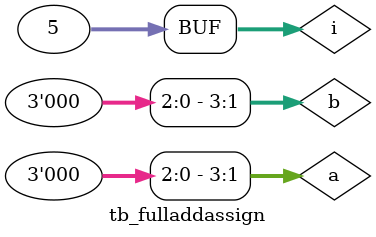
<source format=v>

module fulladdalways (  input [3:0] a,
                  input [3:0] b,
                  input c_in,
                  output reg c_out,
                  output reg [3:0] sum);

	always @ (a or b or c_in) 
    begin
  	{c_out, sum} = a + b + c_in; 	
    end
endmodule


//tb - always
module tb_fulladdalways;
	// 1. Declare testbench variables
   reg [3:0] a;
   reg [3:0] b;
   reg c_in;
   wire [3:0] sum;
   integer i;

	// 2. Instantiate the design and connect to testbench variables
   fulladdalways  fa0 ( .a (a),
                  .b (b),
                  .c_in (c_in),
                  .c_out (c_out),
                  .sum (sum));

	// 3. Provide stimulus to test the design
   initial begin
      a <= 0;
      b <= 0;
      c_in <= 0;
      
      $monitor ("a=0x%0h b=0x%0h c_in=0x%0h c_out=0x%0h sum=0x%0h", a, b, c_in, c_out, sum);

		// Use a for loop to apply random values to the input
      for (i = 0; i < 5; i = i+1) begin
         #10 a <= $random;
             b <= $random;
         	c_in <= $random;
      end
   end
endmodule

//----------------------------------------------------------

//dut - using assign
module fulladdassign (  input [3:0] a,
                  input [3:0] b,
                  input c_in,
                  output c_out,
                  output [3:0] sum);

   assign {c_out, sum} = a + b + c_in;
endmodule

//tb -assign
module tb_fulladdassign;
	// 1. Declare testbench variables
   reg [3:0] a;
   reg [3:0] b;
   reg c_in;
   wire [3:0] sum;
   integer i;

	// 2. Instantiate the design and connect to testbench variables
   fulladdassign  fa0 ( .a (a),
                  .b (b),
                  .c_in (c_in),
                  .c_out (c_out),
                  .sum (sum));

	// 3. Provide stimulus to test the design
   initial begin
      a <= 0;
      b <= 0;
      c_in <= 0;
      
      $monitor ("a=0x%0h b=0x%0h c_in=0x%0h c_out=0x%0h sum=0x%0h", a, b, c_in, c_out, sum);

	// Use a for loop to apply random values to the input
      for (i = 0; i < 5; i = i+1) 
      begin
         #10 a <= $random;
             b <= $random;
         	c_in <= $random;
      end
   end
endmodule


</source>
